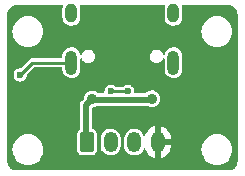
<source format=gbr>
%TF.GenerationSoftware,KiCad,Pcbnew,(6.0.5-0)*%
%TF.CreationDate,2022-07-07T23:10:34-07:00*%
%TF.ProjectId,usb_type_c,7573625f-7479-4706-955f-632e6b696361,rev?*%
%TF.SameCoordinates,Original*%
%TF.FileFunction,Copper,L2,Bot*%
%TF.FilePolarity,Positive*%
%FSLAX46Y46*%
G04 Gerber Fmt 4.6, Leading zero omitted, Abs format (unit mm)*
G04 Created by KiCad (PCBNEW (6.0.5-0)) date 2022-07-07 23:10:34*
%MOMM*%
%LPD*%
G01*
G04 APERTURE LIST*
G04 Aperture macros list*
%AMRoundRect*
0 Rectangle with rounded corners*
0 $1 Rounding radius*
0 $2 $3 $4 $5 $6 $7 $8 $9 X,Y pos of 4 corners*
0 Add a 4 corners polygon primitive as box body*
4,1,4,$2,$3,$4,$5,$6,$7,$8,$9,$2,$3,0*
0 Add four circle primitives for the rounded corners*
1,1,$1+$1,$2,$3*
1,1,$1+$1,$4,$5*
1,1,$1+$1,$6,$7*
1,1,$1+$1,$8,$9*
0 Add four rect primitives between the rounded corners*
20,1,$1+$1,$2,$3,$4,$5,0*
20,1,$1+$1,$4,$5,$6,$7,0*
20,1,$1+$1,$6,$7,$8,$9,0*
20,1,$1+$1,$8,$9,$2,$3,0*%
G04 Aperture macros list end*
%TA.AperFunction,ComponentPad*%
%ADD10RoundRect,0.250000X-0.350000X-0.625000X0.350000X-0.625000X0.350000X0.625000X-0.350000X0.625000X0*%
%TD*%
%TA.AperFunction,ComponentPad*%
%ADD11O,1.200000X1.750000*%
%TD*%
%TA.AperFunction,ComponentPad*%
%ADD12O,1.000000X1.600000*%
%TD*%
%TA.AperFunction,ComponentPad*%
%ADD13O,1.000000X2.100000*%
%TD*%
%TA.AperFunction,ViaPad*%
%ADD14C,0.600000*%
%TD*%
%TA.AperFunction,ViaPad*%
%ADD15C,0.900000*%
%TD*%
%TA.AperFunction,Conductor*%
%ADD16C,0.250000*%
%TD*%
%TA.AperFunction,Conductor*%
%ADD17C,0.550000*%
%TD*%
G04 APERTURE END LIST*
D10*
%TO.P,J4,1,Pin_1*%
%TO.N,VBUS_C*%
X97000000Y-69855000D03*
D11*
%TO.P,J4,2,Pin_2*%
%TO.N,DM_C*%
X99000000Y-69855000D03*
%TO.P,J4,3,Pin_3*%
%TO.N,DP_C*%
X101000000Y-69855000D03*
%TO.P,J4,4,Pin_4*%
%TO.N,GND*%
X103000000Y-69855000D03*
%TD*%
D12*
%TO.P,J2,S1,SHIELD*%
%TO.N,SHIELD*%
X95680000Y-58950000D03*
D13*
X104320000Y-63130000D03*
X95680000Y-63130000D03*
D12*
X104320000Y-58950000D03*
%TD*%
D14*
%TO.N,DP_C*%
X99026000Y-65549500D03*
X100458000Y-65549500D03*
%TO.N,SHIELD*%
X91341000Y-64175000D03*
D15*
%TO.N,VBUS_C*%
X102479000Y-66176500D03*
X97454000Y-66196000D03*
%TD*%
D16*
%TO.N,DP_C*%
X99026000Y-65549500D02*
X100458000Y-65549500D01*
D17*
%TO.N,VBUS_C*%
X97454000Y-66196000D02*
X97509000Y-66251000D01*
X97509000Y-66251000D02*
X102404500Y-66251000D01*
X102404500Y-66251000D02*
X102479000Y-66176500D01*
X97454000Y-66196000D02*
X96926000Y-66724000D01*
X96926000Y-66724000D02*
X96926000Y-69781000D01*
X96926000Y-69781000D02*
X97000000Y-69855000D01*
D16*
%TO.N,SHIELD*%
X91341000Y-64175000D02*
X92386000Y-63130000D01*
X92386000Y-63130000D02*
X95680000Y-63130000D01*
%TD*%
%TA.AperFunction,Conductor*%
%TO.N,GND*%
G36*
X94976855Y-58272806D02*
G01*
X94995161Y-58317000D01*
X94988324Y-58345423D01*
X94968007Y-58385212D01*
X94926189Y-58556108D01*
X94925500Y-58567214D01*
X94925500Y-59294053D01*
X94940738Y-59424754D01*
X95000768Y-59590134D01*
X95097234Y-59737268D01*
X95099871Y-59739766D01*
X95211232Y-59845259D01*
X95224960Y-59858264D01*
X95377096Y-59946632D01*
X95545480Y-59997630D01*
X95721080Y-60008524D01*
X95894477Y-59978729D01*
X96056368Y-59909844D01*
X96198071Y-59805563D01*
X96311982Y-59671480D01*
X96391993Y-59514788D01*
X96433811Y-59343892D01*
X96434500Y-59332786D01*
X96434500Y-58605947D01*
X96419262Y-58475246D01*
X96369562Y-58338325D01*
X96371690Y-58290537D01*
X96406986Y-58258251D01*
X96428311Y-58254500D01*
X103572661Y-58254500D01*
X103616855Y-58272806D01*
X103635161Y-58317000D01*
X103628324Y-58345423D01*
X103608007Y-58385212D01*
X103566189Y-58556108D01*
X103565500Y-58567214D01*
X103565500Y-59294053D01*
X103580738Y-59424754D01*
X103640768Y-59590134D01*
X103737234Y-59737268D01*
X103739871Y-59739766D01*
X103851232Y-59845259D01*
X103864960Y-59858264D01*
X104017096Y-59946632D01*
X104185480Y-59997630D01*
X104361080Y-60008524D01*
X104534477Y-59978729D01*
X104696368Y-59909844D01*
X104838071Y-59805563D01*
X104951982Y-59671480D01*
X105031993Y-59514788D01*
X105073811Y-59343892D01*
X105074500Y-59332786D01*
X105074500Y-58605947D01*
X105059262Y-58475246D01*
X105009562Y-58338325D01*
X105011690Y-58290537D01*
X105046986Y-58258251D01*
X105068311Y-58254500D01*
X108968778Y-58254500D01*
X108980971Y-58255701D01*
X109000000Y-58259486D01*
X109006037Y-58258285D01*
X109006039Y-58258285D01*
X109007673Y-58257960D01*
X109025992Y-58257060D01*
X109050624Y-58259486D01*
X109139316Y-58268222D01*
X109151325Y-58270610D01*
X109217015Y-58290537D01*
X109279402Y-58309462D01*
X109290721Y-58314151D01*
X109408747Y-58377236D01*
X109418935Y-58384043D01*
X109522390Y-58468947D01*
X109531053Y-58477610D01*
X109615957Y-58581065D01*
X109622763Y-58591252D01*
X109630618Y-58605947D01*
X109685849Y-58709279D01*
X109690538Y-58720598D01*
X109729389Y-58848671D01*
X109731779Y-58860688D01*
X109742940Y-58974008D01*
X109742040Y-58992327D01*
X109740514Y-59000000D01*
X109741715Y-59006038D01*
X109744299Y-59019029D01*
X109745500Y-59031222D01*
X109745500Y-71468778D01*
X109744299Y-71480971D01*
X109740514Y-71500000D01*
X109741715Y-71506037D01*
X109741715Y-71506039D01*
X109742040Y-71507673D01*
X109742940Y-71525992D01*
X109732298Y-71634046D01*
X109731779Y-71639312D01*
X109729390Y-71651325D01*
X109705369Y-71730512D01*
X109690538Y-71779402D01*
X109685849Y-71790721D01*
X109622764Y-71908747D01*
X109615957Y-71918935D01*
X109531053Y-72022390D01*
X109522390Y-72031053D01*
X109418935Y-72115957D01*
X109408747Y-72122764D01*
X109290721Y-72185849D01*
X109279401Y-72190538D01*
X109151325Y-72229390D01*
X109139316Y-72231778D01*
X109059653Y-72239625D01*
X109025992Y-72242940D01*
X109007673Y-72242040D01*
X109006039Y-72241715D01*
X109006037Y-72241715D01*
X109000000Y-72240514D01*
X108993962Y-72241715D01*
X108980971Y-72244299D01*
X108968778Y-72245500D01*
X91031222Y-72245500D01*
X91019029Y-72244299D01*
X91006038Y-72241715D01*
X91000000Y-72240514D01*
X90993963Y-72241715D01*
X90993961Y-72241715D01*
X90992327Y-72242040D01*
X90974008Y-72242940D01*
X90940347Y-72239625D01*
X90860684Y-72231778D01*
X90848675Y-72229390D01*
X90720599Y-72190538D01*
X90709279Y-72185849D01*
X90591253Y-72122764D01*
X90581065Y-72115957D01*
X90477610Y-72031053D01*
X90468947Y-72022390D01*
X90384043Y-71918935D01*
X90377236Y-71908747D01*
X90314151Y-71790721D01*
X90309462Y-71779402D01*
X90294631Y-71730512D01*
X90270610Y-71651325D01*
X90268221Y-71639312D01*
X90267703Y-71634046D01*
X90257060Y-71525992D01*
X90257960Y-71507673D01*
X90258285Y-71506039D01*
X90258285Y-71506037D01*
X90259486Y-71500000D01*
X90255701Y-71480971D01*
X90254500Y-71468778D01*
X90254500Y-70500000D01*
X90690517Y-70500000D01*
X90690755Y-70502720D01*
X90710006Y-70722755D01*
X90710411Y-70727389D01*
X90711116Y-70730022D01*
X90711117Y-70730025D01*
X90764480Y-70929179D01*
X90769488Y-70947870D01*
X90770640Y-70950341D01*
X90770641Y-70950343D01*
X90786569Y-70984500D01*
X90865954Y-71154741D01*
X90996878Y-71341719D01*
X91158281Y-71503122D01*
X91345259Y-71634046D01*
X91464287Y-71689550D01*
X91479951Y-71696854D01*
X91552130Y-71730512D01*
X91554763Y-71731217D01*
X91554767Y-71731219D01*
X91769975Y-71788883D01*
X91769978Y-71788884D01*
X91772611Y-71789589D01*
X91775327Y-71789827D01*
X91775329Y-71789827D01*
X91941692Y-71804382D01*
X91941698Y-71804382D01*
X91943044Y-71804500D01*
X92056956Y-71804500D01*
X92058302Y-71804382D01*
X92058308Y-71804382D01*
X92224671Y-71789827D01*
X92224673Y-71789827D01*
X92227389Y-71789589D01*
X92230022Y-71788884D01*
X92230025Y-71788883D01*
X92445233Y-71731219D01*
X92445237Y-71731217D01*
X92447870Y-71730512D01*
X92520050Y-71696854D01*
X92535713Y-71689550D01*
X92654741Y-71634046D01*
X92841719Y-71503122D01*
X93003122Y-71341719D01*
X93134046Y-71154742D01*
X93213431Y-70984500D01*
X93229359Y-70950343D01*
X93229360Y-70950341D01*
X93230512Y-70947870D01*
X93235521Y-70929179D01*
X93288883Y-70730025D01*
X93288884Y-70730022D01*
X93289589Y-70727389D01*
X93289995Y-70722755D01*
X93307055Y-70527756D01*
X96145500Y-70527756D01*
X96152202Y-70589448D01*
X96153577Y-70593116D01*
X96201168Y-70720066D01*
X96202929Y-70724764D01*
X96289596Y-70840404D01*
X96405236Y-70927071D01*
X96409405Y-70928634D01*
X96409407Y-70928635D01*
X96520871Y-70970420D01*
X96540552Y-70977798D01*
X96602244Y-70984500D01*
X97397756Y-70984500D01*
X97459448Y-70977798D01*
X97479129Y-70970420D01*
X97590593Y-70928635D01*
X97590595Y-70928634D01*
X97594764Y-70927071D01*
X97710404Y-70840404D01*
X97797071Y-70724764D01*
X97798833Y-70720066D01*
X97846423Y-70593116D01*
X97847798Y-70589448D01*
X97854500Y-70527756D01*
X97854500Y-70176385D01*
X98145500Y-70176385D01*
X98160512Y-70314573D01*
X98161590Y-70317778D01*
X98161591Y-70317780D01*
X98190506Y-70403699D01*
X98219730Y-70490535D01*
X98221470Y-70493430D01*
X98221470Y-70493431D01*
X98312371Y-70644717D01*
X98315351Y-70649677D01*
X98442916Y-70784572D01*
X98596471Y-70888928D01*
X98622958Y-70899522D01*
X98765709Y-70956619D01*
X98765713Y-70956620D01*
X98768853Y-70957876D01*
X98772188Y-70958428D01*
X98772191Y-70958429D01*
X98948678Y-70987646D01*
X98948679Y-70987646D01*
X98952019Y-70988199D01*
X98955400Y-70988022D01*
X98955404Y-70988022D01*
X99087213Y-70981114D01*
X99137424Y-70978482D01*
X99140682Y-70977585D01*
X99140686Y-70977584D01*
X99271900Y-70941441D01*
X99316417Y-70929179D01*
X99480648Y-70842590D01*
X99487448Y-70836844D01*
X99552214Y-70782112D01*
X99622454Y-70722755D01*
X99735219Y-70575264D01*
X99794151Y-70448884D01*
X99812252Y-70410067D01*
X99812252Y-70410066D01*
X99813682Y-70407000D01*
X99854182Y-70225812D01*
X99854500Y-70220124D01*
X99854500Y-70176385D01*
X100145500Y-70176385D01*
X100160512Y-70314573D01*
X100161590Y-70317778D01*
X100161591Y-70317780D01*
X100190506Y-70403699D01*
X100219730Y-70490535D01*
X100221470Y-70493430D01*
X100221470Y-70493431D01*
X100312371Y-70644717D01*
X100315351Y-70649677D01*
X100442916Y-70784572D01*
X100596471Y-70888928D01*
X100622958Y-70899522D01*
X100765709Y-70956619D01*
X100765713Y-70956620D01*
X100768853Y-70957876D01*
X100772188Y-70958428D01*
X100772191Y-70958429D01*
X100948678Y-70987646D01*
X100948679Y-70987646D01*
X100952019Y-70988199D01*
X100955400Y-70988022D01*
X100955404Y-70988022D01*
X101087213Y-70981114D01*
X101137424Y-70978482D01*
X101140682Y-70977585D01*
X101140686Y-70977584D01*
X101271900Y-70941441D01*
X101316417Y-70929179D01*
X101480648Y-70842590D01*
X101487448Y-70836844D01*
X101552214Y-70782112D01*
X101622454Y-70722755D01*
X101735219Y-70575264D01*
X101812974Y-70408518D01*
X101848242Y-70376201D01*
X101896032Y-70378288D01*
X101929591Y-70417338D01*
X101965722Y-70540498D01*
X101967918Y-70545987D01*
X102062002Y-70728663D01*
X102065203Y-70733649D01*
X102192133Y-70895238D01*
X102196212Y-70899522D01*
X102351405Y-71034191D01*
X102356234Y-71037636D01*
X102534085Y-71140525D01*
X102539475Y-71142993D01*
X102733580Y-71210397D01*
X102734817Y-71210699D01*
X102742919Y-71208641D01*
X102746000Y-71203461D01*
X102746000Y-71196086D01*
X103254000Y-71196086D01*
X103257641Y-71204876D01*
X103261859Y-71206623D01*
X103359471Y-71183099D01*
X103365083Y-71181166D01*
X103552132Y-71096121D01*
X103557260Y-71093172D01*
X103724861Y-70974284D01*
X103729338Y-70970420D01*
X103871431Y-70821986D01*
X103875100Y-70817341D01*
X103986562Y-70644717D01*
X103989286Y-70639461D01*
X104045491Y-70500000D01*
X106690517Y-70500000D01*
X106690755Y-70502720D01*
X106710006Y-70722755D01*
X106710411Y-70727389D01*
X106711116Y-70730022D01*
X106711117Y-70730025D01*
X106764480Y-70929179D01*
X106769488Y-70947870D01*
X106770640Y-70950341D01*
X106770641Y-70950343D01*
X106786569Y-70984500D01*
X106865954Y-71154741D01*
X106996878Y-71341719D01*
X107158281Y-71503122D01*
X107345259Y-71634046D01*
X107464287Y-71689550D01*
X107479951Y-71696854D01*
X107552130Y-71730512D01*
X107554763Y-71731217D01*
X107554767Y-71731219D01*
X107769975Y-71788883D01*
X107769978Y-71788884D01*
X107772611Y-71789589D01*
X107775327Y-71789827D01*
X107775329Y-71789827D01*
X107941692Y-71804382D01*
X107941698Y-71804382D01*
X107943044Y-71804500D01*
X108056956Y-71804500D01*
X108058302Y-71804382D01*
X108058308Y-71804382D01*
X108224671Y-71789827D01*
X108224673Y-71789827D01*
X108227389Y-71789589D01*
X108230022Y-71788884D01*
X108230025Y-71788883D01*
X108445233Y-71731219D01*
X108445237Y-71731217D01*
X108447870Y-71730512D01*
X108520050Y-71696854D01*
X108535713Y-71689550D01*
X108654741Y-71634046D01*
X108841719Y-71503122D01*
X109003122Y-71341719D01*
X109134046Y-71154742D01*
X109213431Y-70984500D01*
X109229359Y-70950343D01*
X109229360Y-70950341D01*
X109230512Y-70947870D01*
X109235521Y-70929179D01*
X109288883Y-70730025D01*
X109288884Y-70730022D01*
X109289589Y-70727389D01*
X109289995Y-70722755D01*
X109309245Y-70502720D01*
X109309483Y-70500000D01*
X109289589Y-70272611D01*
X109288883Y-70269975D01*
X109231219Y-70054767D01*
X109231217Y-70054763D01*
X109230512Y-70052130D01*
X109134046Y-69845259D01*
X109003122Y-69658281D01*
X108841719Y-69496878D01*
X108654741Y-69365954D01*
X108447870Y-69269488D01*
X108445237Y-69268783D01*
X108445233Y-69268781D01*
X108230025Y-69211117D01*
X108230022Y-69211116D01*
X108227389Y-69210411D01*
X108224673Y-69210173D01*
X108224671Y-69210173D01*
X108058308Y-69195618D01*
X108058302Y-69195618D01*
X108056956Y-69195500D01*
X107943044Y-69195500D01*
X107941698Y-69195618D01*
X107941692Y-69195618D01*
X107775329Y-69210173D01*
X107775327Y-69210173D01*
X107772611Y-69210411D01*
X107769978Y-69211116D01*
X107769975Y-69211117D01*
X107554767Y-69268781D01*
X107554763Y-69268783D01*
X107552130Y-69269488D01*
X107345259Y-69365954D01*
X107158281Y-69496878D01*
X106996878Y-69658281D01*
X106865954Y-69845258D01*
X106769488Y-70052130D01*
X106768783Y-70054763D01*
X106768781Y-70054767D01*
X106711117Y-70269975D01*
X106710411Y-70272611D01*
X106690517Y-70500000D01*
X104045491Y-70500000D01*
X104066091Y-70448884D01*
X104067776Y-70443196D01*
X104107296Y-70240826D01*
X104107838Y-70236363D01*
X104107962Y-70233821D01*
X104108000Y-70232290D01*
X104108000Y-70121431D01*
X104104359Y-70112641D01*
X104095569Y-70109000D01*
X103266431Y-70109000D01*
X103257641Y-70112641D01*
X103254000Y-70121431D01*
X103254000Y-71196086D01*
X102746000Y-71196086D01*
X102746000Y-69588569D01*
X103254000Y-69588569D01*
X103257641Y-69597359D01*
X103266431Y-69601000D01*
X104095569Y-69601000D01*
X104104359Y-69597359D01*
X104108000Y-69588569D01*
X104108000Y-69528662D01*
X104107858Y-69525690D01*
X104093241Y-69372490D01*
X104092123Y-69366680D01*
X104034278Y-69169502D01*
X104032082Y-69164013D01*
X103937998Y-68981337D01*
X103934797Y-68976351D01*
X103807867Y-68814762D01*
X103803788Y-68810478D01*
X103648595Y-68675809D01*
X103643766Y-68672364D01*
X103465915Y-68569475D01*
X103460525Y-68567007D01*
X103266420Y-68499603D01*
X103265183Y-68499301D01*
X103257081Y-68501359D01*
X103254000Y-68506539D01*
X103254000Y-69588569D01*
X102746000Y-69588569D01*
X102746000Y-68513914D01*
X102742359Y-68505124D01*
X102738141Y-68503377D01*
X102640529Y-68526901D01*
X102634917Y-68528834D01*
X102447868Y-68613879D01*
X102442740Y-68616828D01*
X102275142Y-68735714D01*
X102270662Y-68739580D01*
X102128569Y-68888014D01*
X102124900Y-68892659D01*
X102013438Y-69065283D01*
X102010714Y-69070539D01*
X101933909Y-69261116D01*
X101932224Y-69266805D01*
X101927536Y-69290811D01*
X101901100Y-69330678D01*
X101854217Y-69340174D01*
X101814350Y-69313738D01*
X101806960Y-69298768D01*
X101781351Y-69222674D01*
X101781347Y-69222666D01*
X101780270Y-69219465D01*
X101774687Y-69210173D01*
X101686393Y-69063225D01*
X101686391Y-69063223D01*
X101684649Y-69060323D01*
X101557084Y-68925428D01*
X101474930Y-68869596D01*
X101406325Y-68822972D01*
X101406324Y-68822971D01*
X101403529Y-68821072D01*
X101304255Y-68781365D01*
X101234291Y-68753381D01*
X101234287Y-68753380D01*
X101231147Y-68752124D01*
X101227812Y-68751572D01*
X101227809Y-68751571D01*
X101051322Y-68722354D01*
X101051321Y-68722354D01*
X101047981Y-68721801D01*
X101044600Y-68721978D01*
X101044596Y-68721978D01*
X100912787Y-68728886D01*
X100862576Y-68731518D01*
X100859318Y-68732415D01*
X100859314Y-68732416D01*
X100765664Y-68758212D01*
X100683583Y-68780821D01*
X100519352Y-68867410D01*
X100516768Y-68869594D01*
X100516766Y-68869595D01*
X100452949Y-68923525D01*
X100377546Y-68987245D01*
X100264781Y-69134736D01*
X100186318Y-69303000D01*
X100145818Y-69484188D01*
X100145500Y-69489876D01*
X100145500Y-70176385D01*
X99854500Y-70176385D01*
X99854500Y-69533615D01*
X99839488Y-69395427D01*
X99817698Y-69330678D01*
X99781347Y-69222666D01*
X99780270Y-69219465D01*
X99774687Y-69210173D01*
X99686393Y-69063225D01*
X99686391Y-69063223D01*
X99684649Y-69060323D01*
X99557084Y-68925428D01*
X99474930Y-68869596D01*
X99406325Y-68822972D01*
X99406324Y-68822971D01*
X99403529Y-68821072D01*
X99304255Y-68781365D01*
X99234291Y-68753381D01*
X99234287Y-68753380D01*
X99231147Y-68752124D01*
X99227812Y-68751572D01*
X99227809Y-68751571D01*
X99051322Y-68722354D01*
X99051321Y-68722354D01*
X99047981Y-68721801D01*
X99044600Y-68721978D01*
X99044596Y-68721978D01*
X98912787Y-68728886D01*
X98862576Y-68731518D01*
X98859318Y-68732415D01*
X98859314Y-68732416D01*
X98765664Y-68758212D01*
X98683583Y-68780821D01*
X98519352Y-68867410D01*
X98516768Y-68869594D01*
X98516766Y-68869595D01*
X98452949Y-68923525D01*
X98377546Y-68987245D01*
X98264781Y-69134736D01*
X98186318Y-69303000D01*
X98145818Y-69484188D01*
X98145500Y-69489876D01*
X98145500Y-70176385D01*
X97854500Y-70176385D01*
X97854500Y-69182244D01*
X97847798Y-69120552D01*
X97827079Y-69065283D01*
X97798635Y-68989407D01*
X97798634Y-68989405D01*
X97797071Y-68985236D01*
X97710404Y-68869596D01*
X97594764Y-68782929D01*
X97590595Y-68781366D01*
X97590593Y-68781365D01*
X97496061Y-68745927D01*
X97461105Y-68713273D01*
X97455500Y-68687404D01*
X97455500Y-66969216D01*
X97473801Y-66925026D01*
X97478804Y-66920022D01*
X97520764Y-66903025D01*
X97520669Y-66902120D01*
X97523814Y-66901790D01*
X97523986Y-66901720D01*
X97524059Y-66901721D01*
X97524413Y-66901727D01*
X97524415Y-66901727D01*
X97528181Y-66901786D01*
X97694393Y-66863719D01*
X97697757Y-66862027D01*
X97697760Y-66862026D01*
X97846607Y-66787164D01*
X97874689Y-66780500D01*
X102099039Y-66780500D01*
X102128860Y-66788074D01*
X102217752Y-66836338D01*
X102221397Y-66837294D01*
X102221399Y-66837295D01*
X102315668Y-66862026D01*
X102382686Y-66879608D01*
X102473855Y-66881040D01*
X102549412Y-66882227D01*
X102549414Y-66882227D01*
X102553181Y-66882286D01*
X102719393Y-66844219D01*
X102722757Y-66842527D01*
X102722760Y-66842526D01*
X102795044Y-66806171D01*
X102871728Y-66767603D01*
X102874593Y-66765156D01*
X102874596Y-66765154D01*
X102998527Y-66659306D01*
X102998530Y-66659303D01*
X103001389Y-66656861D01*
X103003584Y-66653806D01*
X103003587Y-66653803D01*
X103098692Y-66521450D01*
X103098693Y-66521448D01*
X103100892Y-66518388D01*
X103137998Y-66426083D01*
X103163088Y-66363671D01*
X103163089Y-66363667D01*
X103164492Y-66360177D01*
X103188518Y-66191362D01*
X103188674Y-66176500D01*
X103168189Y-66007219D01*
X103107916Y-65847711D01*
X103020922Y-65721135D01*
X103013466Y-65710286D01*
X103011334Y-65707184D01*
X102884021Y-65593752D01*
X102733324Y-65513962D01*
X102567946Y-65472422D01*
X102564181Y-65472402D01*
X102564179Y-65472402D01*
X102479425Y-65471958D01*
X102397432Y-65471529D01*
X102393768Y-65472409D01*
X102393765Y-65472409D01*
X102318634Y-65490447D01*
X102231627Y-65511335D01*
X102228285Y-65513060D01*
X102228282Y-65513061D01*
X102185343Y-65535224D01*
X102080104Y-65589542D01*
X101951609Y-65701635D01*
X101951472Y-65701478D01*
X101906505Y-65721500D01*
X101065908Y-65721500D01*
X101021714Y-65703194D01*
X101003408Y-65659000D01*
X101003943Y-65650842D01*
X101016750Y-65553564D01*
X101017285Y-65549500D01*
X101009587Y-65491029D01*
X100998763Y-65408809D01*
X100998763Y-65408808D01*
X100998228Y-65404746D01*
X100942355Y-65269858D01*
X100853474Y-65154026D01*
X100737643Y-65065145D01*
X100733857Y-65063577D01*
X100733854Y-65063575D01*
X100606540Y-65010840D01*
X100606539Y-65010840D01*
X100602754Y-65009272D01*
X100598692Y-65008737D01*
X100598691Y-65008737D01*
X100462064Y-64990750D01*
X100458000Y-64990215D01*
X100453936Y-64990750D01*
X100317309Y-65008737D01*
X100317308Y-65008737D01*
X100313246Y-65009272D01*
X100309462Y-65010840D01*
X100309460Y-65010840D01*
X100182148Y-65063575D01*
X100178358Y-65065145D01*
X100062526Y-65154026D01*
X100061913Y-65153227D01*
X100021419Y-65170000D01*
X99462580Y-65170000D01*
X99422087Y-65153227D01*
X99421474Y-65154026D01*
X99418492Y-65151738D01*
X99418493Y-65151738D01*
X99305643Y-65065145D01*
X99301857Y-65063577D01*
X99301854Y-65063575D01*
X99174540Y-65010840D01*
X99174539Y-65010840D01*
X99170754Y-65009272D01*
X99166692Y-65008737D01*
X99166691Y-65008737D01*
X99030064Y-64990750D01*
X99026000Y-64990215D01*
X99021936Y-64990750D01*
X98885309Y-65008737D01*
X98885308Y-65008737D01*
X98881246Y-65009272D01*
X98877462Y-65010840D01*
X98877460Y-65010840D01*
X98750148Y-65063575D01*
X98746358Y-65065145D01*
X98630526Y-65154026D01*
X98541645Y-65269858D01*
X98485772Y-65404746D01*
X98485237Y-65408808D01*
X98485237Y-65408809D01*
X98474413Y-65491029D01*
X98466715Y-65549500D01*
X98467250Y-65553564D01*
X98480057Y-65650842D01*
X98467677Y-65697048D01*
X98426250Y-65720965D01*
X98418092Y-65721500D01*
X98004320Y-65721500D01*
X97962743Y-65705665D01*
X97859021Y-65613252D01*
X97708324Y-65533462D01*
X97542946Y-65491922D01*
X97539181Y-65491902D01*
X97539179Y-65491902D01*
X97454425Y-65491458D01*
X97372432Y-65491029D01*
X97368768Y-65491909D01*
X97368765Y-65491909D01*
X97293634Y-65509947D01*
X97206627Y-65530835D01*
X97203285Y-65532560D01*
X97203282Y-65532561D01*
X97198123Y-65535224D01*
X97055104Y-65609042D01*
X97026928Y-65633622D01*
X96929449Y-65718657D01*
X96929447Y-65718659D01*
X96926609Y-65721135D01*
X96828562Y-65860643D01*
X96827195Y-65864150D01*
X96769955Y-66010963D01*
X96766622Y-66019511D01*
X96766130Y-66023248D01*
X96751949Y-66130960D01*
X96734178Y-66166996D01*
X96560915Y-66340259D01*
X96559026Y-66342071D01*
X96514178Y-66383311D01*
X96511933Y-66386932D01*
X96511932Y-66386933D01*
X96490666Y-66421231D01*
X96487331Y-66426083D01*
X96460355Y-66461623D01*
X96458786Y-66465586D01*
X96453105Y-66479935D01*
X96448112Y-66489863D01*
X96439977Y-66502983D01*
X96439975Y-66502987D01*
X96437730Y-66506608D01*
X96436542Y-66510699D01*
X96436541Y-66510700D01*
X96425283Y-66549454D01*
X96423380Y-66555011D01*
X96406950Y-66596509D01*
X96406505Y-66600747D01*
X96404891Y-66616103D01*
X96402751Y-66627009D01*
X96397256Y-66645922D01*
X96396500Y-66656216D01*
X96396500Y-66692658D01*
X96396158Y-66699191D01*
X96391786Y-66740789D01*
X96392496Y-66744987D01*
X96395625Y-66763487D01*
X96396500Y-66773910D01*
X96396500Y-68758212D01*
X96378194Y-68802406D01*
X96371483Y-68808225D01*
X96351806Y-68822972D01*
X96289596Y-68869596D01*
X96202929Y-68985236D01*
X96201366Y-68989405D01*
X96201365Y-68989407D01*
X96172921Y-69065283D01*
X96152202Y-69120552D01*
X96145500Y-69182244D01*
X96145500Y-70527756D01*
X93307055Y-70527756D01*
X93309245Y-70502720D01*
X93309483Y-70500000D01*
X93289589Y-70272611D01*
X93288883Y-70269975D01*
X93231219Y-70054767D01*
X93231217Y-70054763D01*
X93230512Y-70052130D01*
X93134046Y-69845259D01*
X93003122Y-69658281D01*
X92841719Y-69496878D01*
X92654741Y-69365954D01*
X92447870Y-69269488D01*
X92445237Y-69268783D01*
X92445233Y-69268781D01*
X92230025Y-69211117D01*
X92230022Y-69211116D01*
X92227389Y-69210411D01*
X92224673Y-69210173D01*
X92224671Y-69210173D01*
X92058308Y-69195618D01*
X92058302Y-69195618D01*
X92056956Y-69195500D01*
X91943044Y-69195500D01*
X91941698Y-69195618D01*
X91941692Y-69195618D01*
X91775329Y-69210173D01*
X91775327Y-69210173D01*
X91772611Y-69210411D01*
X91769978Y-69211116D01*
X91769975Y-69211117D01*
X91554767Y-69268781D01*
X91554763Y-69268783D01*
X91552130Y-69269488D01*
X91345259Y-69365954D01*
X91158281Y-69496878D01*
X90996878Y-69658281D01*
X90865954Y-69845258D01*
X90769488Y-70052130D01*
X90768783Y-70054763D01*
X90768781Y-70054767D01*
X90711117Y-70269975D01*
X90710411Y-70272611D01*
X90690517Y-70500000D01*
X90254500Y-70500000D01*
X90254500Y-64175000D01*
X90781715Y-64175000D01*
X90800772Y-64319754D01*
X90802340Y-64323538D01*
X90802340Y-64323540D01*
X90809683Y-64341267D01*
X90856645Y-64454642D01*
X90945526Y-64570474D01*
X91061357Y-64659355D01*
X91065143Y-64660923D01*
X91065146Y-64660925D01*
X91192460Y-64713660D01*
X91192461Y-64713660D01*
X91196246Y-64715228D01*
X91200308Y-64715763D01*
X91200309Y-64715763D01*
X91336936Y-64733750D01*
X91341000Y-64734285D01*
X91345064Y-64733750D01*
X91481691Y-64715763D01*
X91481692Y-64715763D01*
X91485754Y-64715228D01*
X91489539Y-64713660D01*
X91489540Y-64713660D01*
X91616854Y-64660925D01*
X91616857Y-64660923D01*
X91620643Y-64659355D01*
X91736474Y-64570474D01*
X91825355Y-64454642D01*
X91872317Y-64341267D01*
X91879660Y-64323540D01*
X91879660Y-64323538D01*
X91881228Y-64319754D01*
X91900285Y-64175000D01*
X91901283Y-64175131D01*
X91918056Y-64134638D01*
X92524888Y-63527806D01*
X92569082Y-63509500D01*
X94863000Y-63509500D01*
X94907194Y-63527806D01*
X94925500Y-63572000D01*
X94925500Y-63724053D01*
X94940738Y-63854754D01*
X95000768Y-64020134D01*
X95002756Y-64023167D01*
X95002757Y-64023168D01*
X95028325Y-64062165D01*
X95097234Y-64167268D01*
X95224960Y-64288264D01*
X95377096Y-64376632D01*
X95545480Y-64427630D01*
X95721080Y-64438524D01*
X95894477Y-64408729D01*
X96056368Y-64339844D01*
X96198071Y-64235563D01*
X96311982Y-64101480D01*
X96391993Y-63944788D01*
X96433811Y-63773892D01*
X96434500Y-63762786D01*
X96434500Y-62797713D01*
X96452806Y-62753519D01*
X96497000Y-62735213D01*
X96541194Y-62753519D01*
X96554742Y-62773795D01*
X96593869Y-62868255D01*
X96603808Y-62892250D01*
X96696696Y-63013304D01*
X96817750Y-63106192D01*
X96821533Y-63107759D01*
X96954934Y-63163016D01*
X96954936Y-63163016D01*
X96958720Y-63164584D01*
X96962782Y-63165119D01*
X96962783Y-63165119D01*
X97069989Y-63179233D01*
X97069995Y-63179233D01*
X97072020Y-63179500D01*
X97147980Y-63179500D01*
X97150005Y-63179233D01*
X97150011Y-63179233D01*
X97257217Y-63165119D01*
X97257218Y-63165119D01*
X97261280Y-63164584D01*
X97265064Y-63163016D01*
X97265066Y-63163016D01*
X97398467Y-63107759D01*
X97402250Y-63106192D01*
X97523304Y-63013304D01*
X97616192Y-62892250D01*
X97626131Y-62868255D01*
X97673016Y-62755066D01*
X97673016Y-62755064D01*
X97674584Y-62751280D01*
X97675242Y-62746287D01*
X97693965Y-62604064D01*
X97694500Y-62600000D01*
X102305500Y-62600000D01*
X102306035Y-62604064D01*
X102324759Y-62746287D01*
X102325416Y-62751280D01*
X102326984Y-62755064D01*
X102326984Y-62755066D01*
X102373869Y-62868255D01*
X102383808Y-62892250D01*
X102476696Y-63013304D01*
X102597750Y-63106192D01*
X102601533Y-63107759D01*
X102734934Y-63163016D01*
X102734936Y-63163016D01*
X102738720Y-63164584D01*
X102742782Y-63165119D01*
X102742783Y-63165119D01*
X102849989Y-63179233D01*
X102849995Y-63179233D01*
X102852020Y-63179500D01*
X102927980Y-63179500D01*
X102930005Y-63179233D01*
X102930011Y-63179233D01*
X103037217Y-63165119D01*
X103037218Y-63165119D01*
X103041280Y-63164584D01*
X103045064Y-63163016D01*
X103045066Y-63163016D01*
X103178467Y-63107759D01*
X103182250Y-63106192D01*
X103303304Y-63013304D01*
X103396192Y-62892250D01*
X103406131Y-62868255D01*
X103445258Y-62773795D01*
X103479082Y-62739970D01*
X103526918Y-62739971D01*
X103560743Y-62773795D01*
X103565500Y-62797713D01*
X103565500Y-63724053D01*
X103580738Y-63854754D01*
X103640768Y-64020134D01*
X103642756Y-64023167D01*
X103642757Y-64023168D01*
X103668325Y-64062165D01*
X103737234Y-64167268D01*
X103864960Y-64288264D01*
X104017096Y-64376632D01*
X104185480Y-64427630D01*
X104361080Y-64438524D01*
X104534477Y-64408729D01*
X104696368Y-64339844D01*
X104838071Y-64235563D01*
X104951982Y-64101480D01*
X105031993Y-63944788D01*
X105073811Y-63773892D01*
X105074500Y-63762786D01*
X105074500Y-62535947D01*
X105068800Y-62487052D01*
X105063358Y-62440382D01*
X105059262Y-62405246D01*
X104999232Y-62239866D01*
X104902766Y-62092732D01*
X104775040Y-61971736D01*
X104622904Y-61883368D01*
X104454520Y-61832370D01*
X104278920Y-61821476D01*
X104105523Y-61851271D01*
X103943632Y-61920156D01*
X103801929Y-62024437D01*
X103688018Y-62158520D01*
X103608007Y-62315212D01*
X103576264Y-62444937D01*
X103575398Y-62448475D01*
X103547112Y-62487052D01*
X103499834Y-62494329D01*
X103461257Y-62466043D01*
X103454907Y-62451175D01*
X103454584Y-62448720D01*
X103396192Y-62307750D01*
X103303304Y-62186696D01*
X103182250Y-62093808D01*
X103173622Y-62090234D01*
X103045066Y-62036984D01*
X103045064Y-62036984D01*
X103041280Y-62035416D01*
X103037218Y-62034881D01*
X103037217Y-62034881D01*
X102930011Y-62020767D01*
X102930005Y-62020767D01*
X102927980Y-62020500D01*
X102852020Y-62020500D01*
X102849995Y-62020767D01*
X102849989Y-62020767D01*
X102742783Y-62034881D01*
X102742782Y-62034881D01*
X102738720Y-62035416D01*
X102734936Y-62036984D01*
X102734934Y-62036984D01*
X102606378Y-62090234D01*
X102597750Y-62093808D01*
X102476696Y-62186696D01*
X102383808Y-62307750D01*
X102382241Y-62311533D01*
X102326985Y-62444933D01*
X102325416Y-62448720D01*
X102324881Y-62452780D01*
X102324881Y-62452782D01*
X102313694Y-62537759D01*
X102305500Y-62600000D01*
X97694500Y-62600000D01*
X97686306Y-62537759D01*
X97675119Y-62452782D01*
X97675119Y-62452780D01*
X97674584Y-62448720D01*
X97673016Y-62444933D01*
X97617759Y-62311533D01*
X97616192Y-62307750D01*
X97523304Y-62186696D01*
X97402250Y-62093808D01*
X97393622Y-62090234D01*
X97265066Y-62036984D01*
X97265064Y-62036984D01*
X97261280Y-62035416D01*
X97257218Y-62034881D01*
X97257217Y-62034881D01*
X97150011Y-62020767D01*
X97150005Y-62020767D01*
X97147980Y-62020500D01*
X97072020Y-62020500D01*
X97069995Y-62020767D01*
X97069989Y-62020767D01*
X96962783Y-62034881D01*
X96962782Y-62034881D01*
X96958720Y-62035416D01*
X96954936Y-62036984D01*
X96954934Y-62036984D01*
X96826378Y-62090234D01*
X96817750Y-62093808D01*
X96696696Y-62186696D01*
X96603808Y-62307750D01*
X96545416Y-62448720D01*
X96545239Y-62450065D01*
X96516685Y-62487273D01*
X96469258Y-62493514D01*
X96431310Y-62464392D01*
X96423358Y-62440382D01*
X96419683Y-62408853D01*
X96419682Y-62408849D01*
X96419262Y-62405246D01*
X96359232Y-62239866D01*
X96262766Y-62092732D01*
X96135040Y-61971736D01*
X95982904Y-61883368D01*
X95814520Y-61832370D01*
X95638920Y-61821476D01*
X95465523Y-61851271D01*
X95303632Y-61920156D01*
X95161929Y-62024437D01*
X95048018Y-62158520D01*
X94968007Y-62315212D01*
X94926189Y-62486108D01*
X94925500Y-62497214D01*
X94925500Y-62688000D01*
X94907194Y-62732194D01*
X94863000Y-62750500D01*
X92433164Y-62750500D01*
X92420009Y-62749100D01*
X92417281Y-62748513D01*
X92404124Y-62745680D01*
X92398995Y-62746287D01*
X92398992Y-62746287D01*
X92367059Y-62750067D01*
X92359713Y-62750500D01*
X92354476Y-62750500D01*
X92351935Y-62750923D01*
X92351923Y-62750924D01*
X92333958Y-62753915D01*
X92331050Y-62754329D01*
X92278659Y-62760530D01*
X92274002Y-62762766D01*
X92270221Y-62763865D01*
X92266475Y-62765147D01*
X92261374Y-62765996D01*
X92214928Y-62791057D01*
X92212313Y-62792389D01*
X92168313Y-62813517D01*
X92168309Y-62813520D01*
X92164768Y-62815220D01*
X92160492Y-62818814D01*
X92160296Y-62819010D01*
X92157211Y-62821615D01*
X92154735Y-62823535D01*
X92150186Y-62825990D01*
X92146677Y-62829786D01*
X92112752Y-62866486D01*
X92111051Y-62868255D01*
X91381362Y-63597944D01*
X91340869Y-63614717D01*
X91341000Y-63615715D01*
X91337276Y-63616205D01*
X91337275Y-63616205D01*
X91336936Y-63616250D01*
X91200309Y-63634237D01*
X91200308Y-63634237D01*
X91196246Y-63634772D01*
X91192462Y-63636340D01*
X91192460Y-63636340D01*
X91065141Y-63689078D01*
X91061358Y-63690645D01*
X90945526Y-63779526D01*
X90856645Y-63895358D01*
X90855078Y-63899141D01*
X90804961Y-64020134D01*
X90800772Y-64030246D01*
X90781715Y-64175000D01*
X90254500Y-64175000D01*
X90254500Y-60500000D01*
X90690517Y-60500000D01*
X90710411Y-60727389D01*
X90769488Y-60947870D01*
X90865954Y-61154741D01*
X90996878Y-61341719D01*
X91158281Y-61503122D01*
X91345259Y-61634046D01*
X91552130Y-61730512D01*
X91554763Y-61731217D01*
X91554767Y-61731219D01*
X91769975Y-61788883D01*
X91769978Y-61788884D01*
X91772611Y-61789589D01*
X91775327Y-61789827D01*
X91775329Y-61789827D01*
X91941692Y-61804382D01*
X91941698Y-61804382D01*
X91943044Y-61804500D01*
X92056956Y-61804500D01*
X92058302Y-61804382D01*
X92058308Y-61804382D01*
X92224671Y-61789827D01*
X92224673Y-61789827D01*
X92227389Y-61789589D01*
X92230022Y-61788884D01*
X92230025Y-61788883D01*
X92445233Y-61731219D01*
X92445237Y-61731217D01*
X92447870Y-61730512D01*
X92654741Y-61634046D01*
X92841719Y-61503122D01*
X93003122Y-61341719D01*
X93134046Y-61154742D01*
X93230512Y-60947870D01*
X93289589Y-60727389D01*
X93309483Y-60500000D01*
X106690517Y-60500000D01*
X106710411Y-60727389D01*
X106769488Y-60947870D01*
X106865954Y-61154741D01*
X106996878Y-61341719D01*
X107158281Y-61503122D01*
X107345259Y-61634046D01*
X107552130Y-61730512D01*
X107554763Y-61731217D01*
X107554767Y-61731219D01*
X107769975Y-61788883D01*
X107769978Y-61788884D01*
X107772611Y-61789589D01*
X107775327Y-61789827D01*
X107775329Y-61789827D01*
X107941692Y-61804382D01*
X107941698Y-61804382D01*
X107943044Y-61804500D01*
X108056956Y-61804500D01*
X108058302Y-61804382D01*
X108058308Y-61804382D01*
X108224671Y-61789827D01*
X108224673Y-61789827D01*
X108227389Y-61789589D01*
X108230022Y-61788884D01*
X108230025Y-61788883D01*
X108445233Y-61731219D01*
X108445237Y-61731217D01*
X108447870Y-61730512D01*
X108654741Y-61634046D01*
X108841719Y-61503122D01*
X109003122Y-61341719D01*
X109134046Y-61154742D01*
X109230512Y-60947870D01*
X109289589Y-60727389D01*
X109309483Y-60500000D01*
X109289589Y-60272611D01*
X109230512Y-60052130D01*
X109134046Y-59845259D01*
X109003122Y-59658281D01*
X108841719Y-59496878D01*
X108654741Y-59365954D01*
X108447870Y-59269488D01*
X108445237Y-59268783D01*
X108445233Y-59268781D01*
X108230025Y-59211117D01*
X108230022Y-59211116D01*
X108227389Y-59210411D01*
X108224673Y-59210173D01*
X108224671Y-59210173D01*
X108058308Y-59195618D01*
X108058302Y-59195618D01*
X108056956Y-59195500D01*
X107943044Y-59195500D01*
X107941698Y-59195618D01*
X107941692Y-59195618D01*
X107775329Y-59210173D01*
X107775327Y-59210173D01*
X107772611Y-59210411D01*
X107769978Y-59211116D01*
X107769975Y-59211117D01*
X107554767Y-59268781D01*
X107554763Y-59268783D01*
X107552130Y-59269488D01*
X107345259Y-59365954D01*
X107158281Y-59496878D01*
X106996878Y-59658281D01*
X106865954Y-59845258D01*
X106769488Y-60052130D01*
X106710411Y-60272611D01*
X106690517Y-60500000D01*
X93309483Y-60500000D01*
X93289589Y-60272611D01*
X93230512Y-60052130D01*
X93134046Y-59845259D01*
X93003122Y-59658281D01*
X92841719Y-59496878D01*
X92654741Y-59365954D01*
X92447870Y-59269488D01*
X92445237Y-59268783D01*
X92445233Y-59268781D01*
X92230025Y-59211117D01*
X92230022Y-59211116D01*
X92227389Y-59210411D01*
X92224673Y-59210173D01*
X92224671Y-59210173D01*
X92058308Y-59195618D01*
X92058302Y-59195618D01*
X92056956Y-59195500D01*
X91943044Y-59195500D01*
X91941698Y-59195618D01*
X91941692Y-59195618D01*
X91775329Y-59210173D01*
X91775327Y-59210173D01*
X91772611Y-59210411D01*
X91769978Y-59211116D01*
X91769975Y-59211117D01*
X91554767Y-59268781D01*
X91554763Y-59268783D01*
X91552130Y-59269488D01*
X91345259Y-59365954D01*
X91158281Y-59496878D01*
X90996878Y-59658281D01*
X90865954Y-59845258D01*
X90769488Y-60052130D01*
X90710411Y-60272611D01*
X90690517Y-60500000D01*
X90254500Y-60500000D01*
X90254500Y-59031222D01*
X90255701Y-59019029D01*
X90258285Y-59006038D01*
X90259486Y-59000000D01*
X90257960Y-58992327D01*
X90257060Y-58974008D01*
X90268221Y-58860688D01*
X90270611Y-58848671D01*
X90309462Y-58720598D01*
X90314151Y-58709279D01*
X90369382Y-58605947D01*
X90377237Y-58591252D01*
X90384043Y-58581065D01*
X90468947Y-58477610D01*
X90477610Y-58468947D01*
X90581065Y-58384043D01*
X90591253Y-58377236D01*
X90709279Y-58314151D01*
X90720598Y-58309462D01*
X90782985Y-58290537D01*
X90848675Y-58270610D01*
X90860684Y-58268222D01*
X90949376Y-58259486D01*
X90974008Y-58257060D01*
X90992327Y-58257960D01*
X90993961Y-58258285D01*
X90993963Y-58258285D01*
X91000000Y-58259486D01*
X91019029Y-58255701D01*
X91031222Y-58254500D01*
X94932661Y-58254500D01*
X94976855Y-58272806D01*
G37*
%TD.AperFunction*%
%TD*%
M02*

</source>
